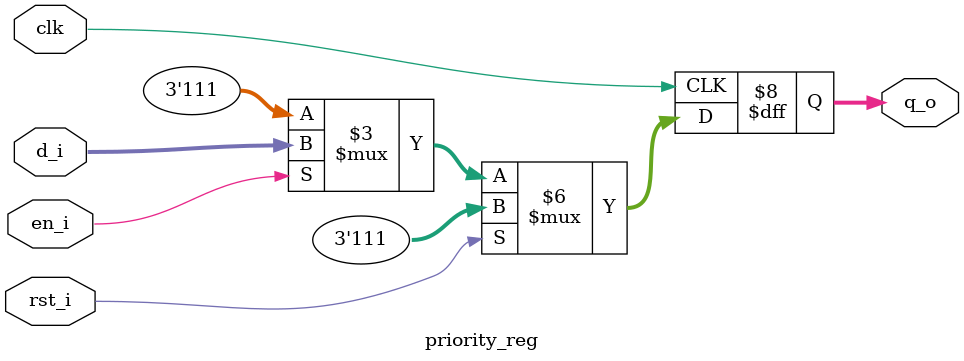
<source format=sv>
module priority_reg(
    input logic clk,
	 input logic rst_i,
	 input logic en_i,
	 input logic [2:0] d_i,
	 
	 output logic [2:0] q_o
);

//logic [2:0] lpweight;

always_ff@(posedge clk) begin
    if (rst_i) q_o <= 3'b111;
	 else begin
	     if (en_i) q_o <= d_i;
        else q_o <= 3'b111;
	 end 
end

//assign q_o = lpweight
endmodule

</source>
